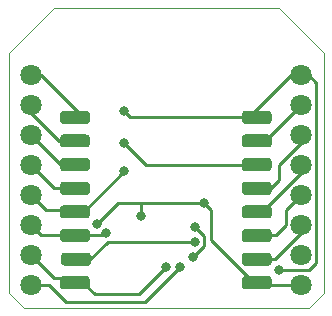
<source format=gbr>
G04 #@! TF.FileFunction,Copper,L2,Bot,Signal*
%FSLAX46Y46*%
G04 Gerber Fmt 4.6, Leading zero omitted, Abs format (unit mm)*
G04 Created by KiCad (PCBNEW (2016-07-11 BZR 6975, Git 98ad509)-product) date Sat Aug 13 17:34:52 2016*
%MOMM*%
%LPD*%
G01*
G04 APERTURE LIST*
%ADD10C,0.100000*%
%ADD11C,1.800000*%
%ADD12C,0.800000*%
%ADD13C,0.250000*%
G04 APERTURE END LIST*
D10*
X201930000Y-75565000D02*
X205740000Y-79375000D01*
X194310000Y-75565000D02*
X201930000Y-75565000D01*
X194310000Y-75565000D02*
X182880000Y-75565000D01*
X205740000Y-99695000D02*
X205740000Y-79375000D01*
X205740000Y-99695000D02*
X204470000Y-100965000D01*
X179070000Y-79375000D02*
X179070000Y-99695000D01*
X180340000Y-100965000D02*
X204470000Y-100965000D01*
X179070000Y-99695000D02*
X180340000Y-100965000D01*
X182880000Y-75565000D02*
X179070000Y-79375000D01*
D11*
X180975000Y-81280000D03*
X180975000Y-83820000D03*
X180975000Y-86360000D03*
X180975000Y-88900000D03*
X180975000Y-91440000D03*
X180975000Y-93980000D03*
X180975000Y-96520000D03*
X180975000Y-99060000D03*
X203835000Y-99060000D03*
X203835000Y-96520000D03*
X203835000Y-93980000D03*
X203835000Y-91440000D03*
X203835000Y-88900000D03*
X203835000Y-86360000D03*
X203835000Y-83820000D03*
X203835000Y-81280000D03*
D10*
G36*
X201091955Y-84287324D02*
X201118650Y-84291284D01*
X201144828Y-84297841D01*
X201170238Y-84306933D01*
X201194634Y-84318472D01*
X201217782Y-84332346D01*
X201239458Y-84348422D01*
X201259454Y-84366546D01*
X201277578Y-84386542D01*
X201293654Y-84408218D01*
X201307528Y-84431366D01*
X201319067Y-84455762D01*
X201328159Y-84481172D01*
X201334716Y-84507350D01*
X201338676Y-84534045D01*
X201340000Y-84561000D01*
X201340000Y-85111000D01*
X201338676Y-85137955D01*
X201334716Y-85164650D01*
X201328159Y-85190828D01*
X201319067Y-85216238D01*
X201307528Y-85240634D01*
X201293654Y-85263782D01*
X201277578Y-85285458D01*
X201259454Y-85305454D01*
X201239458Y-85323578D01*
X201217782Y-85339654D01*
X201194634Y-85353528D01*
X201170238Y-85365067D01*
X201144828Y-85374159D01*
X201118650Y-85380716D01*
X201091955Y-85384676D01*
X201065000Y-85386000D01*
X199115000Y-85386000D01*
X199088045Y-85384676D01*
X199061350Y-85380716D01*
X199035172Y-85374159D01*
X199009762Y-85365067D01*
X198985366Y-85353528D01*
X198962218Y-85339654D01*
X198940542Y-85323578D01*
X198920546Y-85305454D01*
X198902422Y-85285458D01*
X198886346Y-85263782D01*
X198872472Y-85240634D01*
X198860933Y-85216238D01*
X198851841Y-85190828D01*
X198845284Y-85164650D01*
X198841324Y-85137955D01*
X198840000Y-85111000D01*
X198840000Y-84561000D01*
X198841324Y-84534045D01*
X198845284Y-84507350D01*
X198851841Y-84481172D01*
X198860933Y-84455762D01*
X198872472Y-84431366D01*
X198886346Y-84408218D01*
X198902422Y-84386542D01*
X198920546Y-84366546D01*
X198940542Y-84348422D01*
X198962218Y-84332346D01*
X198985366Y-84318472D01*
X199009762Y-84306933D01*
X199035172Y-84297841D01*
X199061350Y-84291284D01*
X199088045Y-84287324D01*
X199115000Y-84286000D01*
X201065000Y-84286000D01*
X201091955Y-84287324D01*
X201091955Y-84287324D01*
G37*
G36*
X201091955Y-86287324D02*
X201118650Y-86291284D01*
X201144828Y-86297841D01*
X201170238Y-86306933D01*
X201194634Y-86318472D01*
X201217782Y-86332346D01*
X201239458Y-86348422D01*
X201259454Y-86366546D01*
X201277578Y-86386542D01*
X201293654Y-86408218D01*
X201307528Y-86431366D01*
X201319067Y-86455762D01*
X201328159Y-86481172D01*
X201334716Y-86507350D01*
X201338676Y-86534045D01*
X201340000Y-86561000D01*
X201340000Y-87111000D01*
X201338676Y-87137955D01*
X201334716Y-87164650D01*
X201328159Y-87190828D01*
X201319067Y-87216238D01*
X201307528Y-87240634D01*
X201293654Y-87263782D01*
X201277578Y-87285458D01*
X201259454Y-87305454D01*
X201239458Y-87323578D01*
X201217782Y-87339654D01*
X201194634Y-87353528D01*
X201170238Y-87365067D01*
X201144828Y-87374159D01*
X201118650Y-87380716D01*
X201091955Y-87384676D01*
X201065000Y-87386000D01*
X199115000Y-87386000D01*
X199088045Y-87384676D01*
X199061350Y-87380716D01*
X199035172Y-87374159D01*
X199009762Y-87365067D01*
X198985366Y-87353528D01*
X198962218Y-87339654D01*
X198940542Y-87323578D01*
X198920546Y-87305454D01*
X198902422Y-87285458D01*
X198886346Y-87263782D01*
X198872472Y-87240634D01*
X198860933Y-87216238D01*
X198851841Y-87190828D01*
X198845284Y-87164650D01*
X198841324Y-87137955D01*
X198840000Y-87111000D01*
X198840000Y-86561000D01*
X198841324Y-86534045D01*
X198845284Y-86507350D01*
X198851841Y-86481172D01*
X198860933Y-86455762D01*
X198872472Y-86431366D01*
X198886346Y-86408218D01*
X198902422Y-86386542D01*
X198920546Y-86366546D01*
X198940542Y-86348422D01*
X198962218Y-86332346D01*
X198985366Y-86318472D01*
X199009762Y-86306933D01*
X199035172Y-86297841D01*
X199061350Y-86291284D01*
X199088045Y-86287324D01*
X199115000Y-86286000D01*
X201065000Y-86286000D01*
X201091955Y-86287324D01*
X201091955Y-86287324D01*
G37*
G36*
X201091955Y-88287324D02*
X201118650Y-88291284D01*
X201144828Y-88297841D01*
X201170238Y-88306933D01*
X201194634Y-88318472D01*
X201217782Y-88332346D01*
X201239458Y-88348422D01*
X201259454Y-88366546D01*
X201277578Y-88386542D01*
X201293654Y-88408218D01*
X201307528Y-88431366D01*
X201319067Y-88455762D01*
X201328159Y-88481172D01*
X201334716Y-88507350D01*
X201338676Y-88534045D01*
X201340000Y-88561000D01*
X201340000Y-89111000D01*
X201338676Y-89137955D01*
X201334716Y-89164650D01*
X201328159Y-89190828D01*
X201319067Y-89216238D01*
X201307528Y-89240634D01*
X201293654Y-89263782D01*
X201277578Y-89285458D01*
X201259454Y-89305454D01*
X201239458Y-89323578D01*
X201217782Y-89339654D01*
X201194634Y-89353528D01*
X201170238Y-89365067D01*
X201144828Y-89374159D01*
X201118650Y-89380716D01*
X201091955Y-89384676D01*
X201065000Y-89386000D01*
X199115000Y-89386000D01*
X199088045Y-89384676D01*
X199061350Y-89380716D01*
X199035172Y-89374159D01*
X199009762Y-89365067D01*
X198985366Y-89353528D01*
X198962218Y-89339654D01*
X198940542Y-89323578D01*
X198920546Y-89305454D01*
X198902422Y-89285458D01*
X198886346Y-89263782D01*
X198872472Y-89240634D01*
X198860933Y-89216238D01*
X198851841Y-89190828D01*
X198845284Y-89164650D01*
X198841324Y-89137955D01*
X198840000Y-89111000D01*
X198840000Y-88561000D01*
X198841324Y-88534045D01*
X198845284Y-88507350D01*
X198851841Y-88481172D01*
X198860933Y-88455762D01*
X198872472Y-88431366D01*
X198886346Y-88408218D01*
X198902422Y-88386542D01*
X198920546Y-88366546D01*
X198940542Y-88348422D01*
X198962218Y-88332346D01*
X198985366Y-88318472D01*
X199009762Y-88306933D01*
X199035172Y-88297841D01*
X199061350Y-88291284D01*
X199088045Y-88287324D01*
X199115000Y-88286000D01*
X201065000Y-88286000D01*
X201091955Y-88287324D01*
X201091955Y-88287324D01*
G37*
G36*
X201091955Y-90287324D02*
X201118650Y-90291284D01*
X201144828Y-90297841D01*
X201170238Y-90306933D01*
X201194634Y-90318472D01*
X201217782Y-90332346D01*
X201239458Y-90348422D01*
X201259454Y-90366546D01*
X201277578Y-90386542D01*
X201293654Y-90408218D01*
X201307528Y-90431366D01*
X201319067Y-90455762D01*
X201328159Y-90481172D01*
X201334716Y-90507350D01*
X201338676Y-90534045D01*
X201340000Y-90561000D01*
X201340000Y-91111000D01*
X201338676Y-91137955D01*
X201334716Y-91164650D01*
X201328159Y-91190828D01*
X201319067Y-91216238D01*
X201307528Y-91240634D01*
X201293654Y-91263782D01*
X201277578Y-91285458D01*
X201259454Y-91305454D01*
X201239458Y-91323578D01*
X201217782Y-91339654D01*
X201194634Y-91353528D01*
X201170238Y-91365067D01*
X201144828Y-91374159D01*
X201118650Y-91380716D01*
X201091955Y-91384676D01*
X201065000Y-91386000D01*
X199115000Y-91386000D01*
X199088045Y-91384676D01*
X199061350Y-91380716D01*
X199035172Y-91374159D01*
X199009762Y-91365067D01*
X198985366Y-91353528D01*
X198962218Y-91339654D01*
X198940542Y-91323578D01*
X198920546Y-91305454D01*
X198902422Y-91285458D01*
X198886346Y-91263782D01*
X198872472Y-91240634D01*
X198860933Y-91216238D01*
X198851841Y-91190828D01*
X198845284Y-91164650D01*
X198841324Y-91137955D01*
X198840000Y-91111000D01*
X198840000Y-90561000D01*
X198841324Y-90534045D01*
X198845284Y-90507350D01*
X198851841Y-90481172D01*
X198860933Y-90455762D01*
X198872472Y-90431366D01*
X198886346Y-90408218D01*
X198902422Y-90386542D01*
X198920546Y-90366546D01*
X198940542Y-90348422D01*
X198962218Y-90332346D01*
X198985366Y-90318472D01*
X199009762Y-90306933D01*
X199035172Y-90297841D01*
X199061350Y-90291284D01*
X199088045Y-90287324D01*
X199115000Y-90286000D01*
X201065000Y-90286000D01*
X201091955Y-90287324D01*
X201091955Y-90287324D01*
G37*
G36*
X201091955Y-92287324D02*
X201118650Y-92291284D01*
X201144828Y-92297841D01*
X201170238Y-92306933D01*
X201194634Y-92318472D01*
X201217782Y-92332346D01*
X201239458Y-92348422D01*
X201259454Y-92366546D01*
X201277578Y-92386542D01*
X201293654Y-92408218D01*
X201307528Y-92431366D01*
X201319067Y-92455762D01*
X201328159Y-92481172D01*
X201334716Y-92507350D01*
X201338676Y-92534045D01*
X201340000Y-92561000D01*
X201340000Y-93111000D01*
X201338676Y-93137955D01*
X201334716Y-93164650D01*
X201328159Y-93190828D01*
X201319067Y-93216238D01*
X201307528Y-93240634D01*
X201293654Y-93263782D01*
X201277578Y-93285458D01*
X201259454Y-93305454D01*
X201239458Y-93323578D01*
X201217782Y-93339654D01*
X201194634Y-93353528D01*
X201170238Y-93365067D01*
X201144828Y-93374159D01*
X201118650Y-93380716D01*
X201091955Y-93384676D01*
X201065000Y-93386000D01*
X199115000Y-93386000D01*
X199088045Y-93384676D01*
X199061350Y-93380716D01*
X199035172Y-93374159D01*
X199009762Y-93365067D01*
X198985366Y-93353528D01*
X198962218Y-93339654D01*
X198940542Y-93323578D01*
X198920546Y-93305454D01*
X198902422Y-93285458D01*
X198886346Y-93263782D01*
X198872472Y-93240634D01*
X198860933Y-93216238D01*
X198851841Y-93190828D01*
X198845284Y-93164650D01*
X198841324Y-93137955D01*
X198840000Y-93111000D01*
X198840000Y-92561000D01*
X198841324Y-92534045D01*
X198845284Y-92507350D01*
X198851841Y-92481172D01*
X198860933Y-92455762D01*
X198872472Y-92431366D01*
X198886346Y-92408218D01*
X198902422Y-92386542D01*
X198920546Y-92366546D01*
X198940542Y-92348422D01*
X198962218Y-92332346D01*
X198985366Y-92318472D01*
X199009762Y-92306933D01*
X199035172Y-92297841D01*
X199061350Y-92291284D01*
X199088045Y-92287324D01*
X199115000Y-92286000D01*
X201065000Y-92286000D01*
X201091955Y-92287324D01*
X201091955Y-92287324D01*
G37*
G36*
X201091955Y-94287324D02*
X201118650Y-94291284D01*
X201144828Y-94297841D01*
X201170238Y-94306933D01*
X201194634Y-94318472D01*
X201217782Y-94332346D01*
X201239458Y-94348422D01*
X201259454Y-94366546D01*
X201277578Y-94386542D01*
X201293654Y-94408218D01*
X201307528Y-94431366D01*
X201319067Y-94455762D01*
X201328159Y-94481172D01*
X201334716Y-94507350D01*
X201338676Y-94534045D01*
X201340000Y-94561000D01*
X201340000Y-95111000D01*
X201338676Y-95137955D01*
X201334716Y-95164650D01*
X201328159Y-95190828D01*
X201319067Y-95216238D01*
X201307528Y-95240634D01*
X201293654Y-95263782D01*
X201277578Y-95285458D01*
X201259454Y-95305454D01*
X201239458Y-95323578D01*
X201217782Y-95339654D01*
X201194634Y-95353528D01*
X201170238Y-95365067D01*
X201144828Y-95374159D01*
X201118650Y-95380716D01*
X201091955Y-95384676D01*
X201065000Y-95386000D01*
X199115000Y-95386000D01*
X199088045Y-95384676D01*
X199061350Y-95380716D01*
X199035172Y-95374159D01*
X199009762Y-95365067D01*
X198985366Y-95353528D01*
X198962218Y-95339654D01*
X198940542Y-95323578D01*
X198920546Y-95305454D01*
X198902422Y-95285458D01*
X198886346Y-95263782D01*
X198872472Y-95240634D01*
X198860933Y-95216238D01*
X198851841Y-95190828D01*
X198845284Y-95164650D01*
X198841324Y-95137955D01*
X198840000Y-95111000D01*
X198840000Y-94561000D01*
X198841324Y-94534045D01*
X198845284Y-94507350D01*
X198851841Y-94481172D01*
X198860933Y-94455762D01*
X198872472Y-94431366D01*
X198886346Y-94408218D01*
X198902422Y-94386542D01*
X198920546Y-94366546D01*
X198940542Y-94348422D01*
X198962218Y-94332346D01*
X198985366Y-94318472D01*
X199009762Y-94306933D01*
X199035172Y-94297841D01*
X199061350Y-94291284D01*
X199088045Y-94287324D01*
X199115000Y-94286000D01*
X201065000Y-94286000D01*
X201091955Y-94287324D01*
X201091955Y-94287324D01*
G37*
G36*
X201091955Y-96287324D02*
X201118650Y-96291284D01*
X201144828Y-96297841D01*
X201170238Y-96306933D01*
X201194634Y-96318472D01*
X201217782Y-96332346D01*
X201239458Y-96348422D01*
X201259454Y-96366546D01*
X201277578Y-96386542D01*
X201293654Y-96408218D01*
X201307528Y-96431366D01*
X201319067Y-96455762D01*
X201328159Y-96481172D01*
X201334716Y-96507350D01*
X201338676Y-96534045D01*
X201340000Y-96561000D01*
X201340000Y-97111000D01*
X201338676Y-97137955D01*
X201334716Y-97164650D01*
X201328159Y-97190828D01*
X201319067Y-97216238D01*
X201307528Y-97240634D01*
X201293654Y-97263782D01*
X201277578Y-97285458D01*
X201259454Y-97305454D01*
X201239458Y-97323578D01*
X201217782Y-97339654D01*
X201194634Y-97353528D01*
X201170238Y-97365067D01*
X201144828Y-97374159D01*
X201118650Y-97380716D01*
X201091955Y-97384676D01*
X201065000Y-97386000D01*
X199115000Y-97386000D01*
X199088045Y-97384676D01*
X199061350Y-97380716D01*
X199035172Y-97374159D01*
X199009762Y-97365067D01*
X198985366Y-97353528D01*
X198962218Y-97339654D01*
X198940542Y-97323578D01*
X198920546Y-97305454D01*
X198902422Y-97285458D01*
X198886346Y-97263782D01*
X198872472Y-97240634D01*
X198860933Y-97216238D01*
X198851841Y-97190828D01*
X198845284Y-97164650D01*
X198841324Y-97137955D01*
X198840000Y-97111000D01*
X198840000Y-96561000D01*
X198841324Y-96534045D01*
X198845284Y-96507350D01*
X198851841Y-96481172D01*
X198860933Y-96455762D01*
X198872472Y-96431366D01*
X198886346Y-96408218D01*
X198902422Y-96386542D01*
X198920546Y-96366546D01*
X198940542Y-96348422D01*
X198962218Y-96332346D01*
X198985366Y-96318472D01*
X199009762Y-96306933D01*
X199035172Y-96297841D01*
X199061350Y-96291284D01*
X199088045Y-96287324D01*
X199115000Y-96286000D01*
X201065000Y-96286000D01*
X201091955Y-96287324D01*
X201091955Y-96287324D01*
G37*
G36*
X201091955Y-98287324D02*
X201118650Y-98291284D01*
X201144828Y-98297841D01*
X201170238Y-98306933D01*
X201194634Y-98318472D01*
X201217782Y-98332346D01*
X201239458Y-98348422D01*
X201259454Y-98366546D01*
X201277578Y-98386542D01*
X201293654Y-98408218D01*
X201307528Y-98431366D01*
X201319067Y-98455762D01*
X201328159Y-98481172D01*
X201334716Y-98507350D01*
X201338676Y-98534045D01*
X201340000Y-98561000D01*
X201340000Y-99111000D01*
X201338676Y-99137955D01*
X201334716Y-99164650D01*
X201328159Y-99190828D01*
X201319067Y-99216238D01*
X201307528Y-99240634D01*
X201293654Y-99263782D01*
X201277578Y-99285458D01*
X201259454Y-99305454D01*
X201239458Y-99323578D01*
X201217782Y-99339654D01*
X201194634Y-99353528D01*
X201170238Y-99365067D01*
X201144828Y-99374159D01*
X201118650Y-99380716D01*
X201091955Y-99384676D01*
X201065000Y-99386000D01*
X199115000Y-99386000D01*
X199088045Y-99384676D01*
X199061350Y-99380716D01*
X199035172Y-99374159D01*
X199009762Y-99365067D01*
X198985366Y-99353528D01*
X198962218Y-99339654D01*
X198940542Y-99323578D01*
X198920546Y-99305454D01*
X198902422Y-99285458D01*
X198886346Y-99263782D01*
X198872472Y-99240634D01*
X198860933Y-99216238D01*
X198851841Y-99190828D01*
X198845284Y-99164650D01*
X198841324Y-99137955D01*
X198840000Y-99111000D01*
X198840000Y-98561000D01*
X198841324Y-98534045D01*
X198845284Y-98507350D01*
X198851841Y-98481172D01*
X198860933Y-98455762D01*
X198872472Y-98431366D01*
X198886346Y-98408218D01*
X198902422Y-98386542D01*
X198920546Y-98366546D01*
X198940542Y-98348422D01*
X198962218Y-98332346D01*
X198985366Y-98318472D01*
X199009762Y-98306933D01*
X199035172Y-98297841D01*
X199061350Y-98291284D01*
X199088045Y-98287324D01*
X199115000Y-98286000D01*
X201065000Y-98286000D01*
X201091955Y-98287324D01*
X201091955Y-98287324D01*
G37*
G36*
X185691955Y-98287324D02*
X185718650Y-98291284D01*
X185744828Y-98297841D01*
X185770238Y-98306933D01*
X185794634Y-98318472D01*
X185817782Y-98332346D01*
X185839458Y-98348422D01*
X185859454Y-98366546D01*
X185877578Y-98386542D01*
X185893654Y-98408218D01*
X185907528Y-98431366D01*
X185919067Y-98455762D01*
X185928159Y-98481172D01*
X185934716Y-98507350D01*
X185938676Y-98534045D01*
X185940000Y-98561000D01*
X185940000Y-99111000D01*
X185938676Y-99137955D01*
X185934716Y-99164650D01*
X185928159Y-99190828D01*
X185919067Y-99216238D01*
X185907528Y-99240634D01*
X185893654Y-99263782D01*
X185877578Y-99285458D01*
X185859454Y-99305454D01*
X185839458Y-99323578D01*
X185817782Y-99339654D01*
X185794634Y-99353528D01*
X185770238Y-99365067D01*
X185744828Y-99374159D01*
X185718650Y-99380716D01*
X185691955Y-99384676D01*
X185665000Y-99386000D01*
X183715000Y-99386000D01*
X183688045Y-99384676D01*
X183661350Y-99380716D01*
X183635172Y-99374159D01*
X183609762Y-99365067D01*
X183585366Y-99353528D01*
X183562218Y-99339654D01*
X183540542Y-99323578D01*
X183520546Y-99305454D01*
X183502422Y-99285458D01*
X183486346Y-99263782D01*
X183472472Y-99240634D01*
X183460933Y-99216238D01*
X183451841Y-99190828D01*
X183445284Y-99164650D01*
X183441324Y-99137955D01*
X183440000Y-99111000D01*
X183440000Y-98561000D01*
X183441324Y-98534045D01*
X183445284Y-98507350D01*
X183451841Y-98481172D01*
X183460933Y-98455762D01*
X183472472Y-98431366D01*
X183486346Y-98408218D01*
X183502422Y-98386542D01*
X183520546Y-98366546D01*
X183540542Y-98348422D01*
X183562218Y-98332346D01*
X183585366Y-98318472D01*
X183609762Y-98306933D01*
X183635172Y-98297841D01*
X183661350Y-98291284D01*
X183688045Y-98287324D01*
X183715000Y-98286000D01*
X185665000Y-98286000D01*
X185691955Y-98287324D01*
X185691955Y-98287324D01*
G37*
G36*
X185791955Y-96287324D02*
X185818650Y-96291284D01*
X185844828Y-96297841D01*
X185870238Y-96306933D01*
X185894634Y-96318472D01*
X185917782Y-96332346D01*
X185939458Y-96348422D01*
X185959454Y-96366546D01*
X185977578Y-96386542D01*
X185993654Y-96408218D01*
X186007528Y-96431366D01*
X186019067Y-96455762D01*
X186028159Y-96481172D01*
X186034716Y-96507350D01*
X186038676Y-96534045D01*
X186040000Y-96561000D01*
X186040000Y-97111000D01*
X186038676Y-97137955D01*
X186034716Y-97164650D01*
X186028159Y-97190828D01*
X186019067Y-97216238D01*
X186007528Y-97240634D01*
X185993654Y-97263782D01*
X185977578Y-97285458D01*
X185959454Y-97305454D01*
X185939458Y-97323578D01*
X185917782Y-97339654D01*
X185894634Y-97353528D01*
X185870238Y-97365067D01*
X185844828Y-97374159D01*
X185818650Y-97380716D01*
X185791955Y-97384676D01*
X185765000Y-97386000D01*
X183815000Y-97386000D01*
X183788045Y-97384676D01*
X183761350Y-97380716D01*
X183735172Y-97374159D01*
X183709762Y-97365067D01*
X183685366Y-97353528D01*
X183662218Y-97339654D01*
X183640542Y-97323578D01*
X183620546Y-97305454D01*
X183602422Y-97285458D01*
X183586346Y-97263782D01*
X183572472Y-97240634D01*
X183560933Y-97216238D01*
X183551841Y-97190828D01*
X183545284Y-97164650D01*
X183541324Y-97137955D01*
X183540000Y-97111000D01*
X183540000Y-96561000D01*
X183541324Y-96534045D01*
X183545284Y-96507350D01*
X183551841Y-96481172D01*
X183560933Y-96455762D01*
X183572472Y-96431366D01*
X183586346Y-96408218D01*
X183602422Y-96386542D01*
X183620546Y-96366546D01*
X183640542Y-96348422D01*
X183662218Y-96332346D01*
X183685366Y-96318472D01*
X183709762Y-96306933D01*
X183735172Y-96297841D01*
X183761350Y-96291284D01*
X183788045Y-96287324D01*
X183815000Y-96286000D01*
X185765000Y-96286000D01*
X185791955Y-96287324D01*
X185791955Y-96287324D01*
G37*
G36*
X185691955Y-94287324D02*
X185718650Y-94291284D01*
X185744828Y-94297841D01*
X185770238Y-94306933D01*
X185794634Y-94318472D01*
X185817782Y-94332346D01*
X185839458Y-94348422D01*
X185859454Y-94366546D01*
X185877578Y-94386542D01*
X185893654Y-94408218D01*
X185907528Y-94431366D01*
X185919067Y-94455762D01*
X185928159Y-94481172D01*
X185934716Y-94507350D01*
X185938676Y-94534045D01*
X185940000Y-94561000D01*
X185940000Y-95111000D01*
X185938676Y-95137955D01*
X185934716Y-95164650D01*
X185928159Y-95190828D01*
X185919067Y-95216238D01*
X185907528Y-95240634D01*
X185893654Y-95263782D01*
X185877578Y-95285458D01*
X185859454Y-95305454D01*
X185839458Y-95323578D01*
X185817782Y-95339654D01*
X185794634Y-95353528D01*
X185770238Y-95365067D01*
X185744828Y-95374159D01*
X185718650Y-95380716D01*
X185691955Y-95384676D01*
X185665000Y-95386000D01*
X183715000Y-95386000D01*
X183688045Y-95384676D01*
X183661350Y-95380716D01*
X183635172Y-95374159D01*
X183609762Y-95365067D01*
X183585366Y-95353528D01*
X183562218Y-95339654D01*
X183540542Y-95323578D01*
X183520546Y-95305454D01*
X183502422Y-95285458D01*
X183486346Y-95263782D01*
X183472472Y-95240634D01*
X183460933Y-95216238D01*
X183451841Y-95190828D01*
X183445284Y-95164650D01*
X183441324Y-95137955D01*
X183440000Y-95111000D01*
X183440000Y-94561000D01*
X183441324Y-94534045D01*
X183445284Y-94507350D01*
X183451841Y-94481172D01*
X183460933Y-94455762D01*
X183472472Y-94431366D01*
X183486346Y-94408218D01*
X183502422Y-94386542D01*
X183520546Y-94366546D01*
X183540542Y-94348422D01*
X183562218Y-94332346D01*
X183585366Y-94318472D01*
X183609762Y-94306933D01*
X183635172Y-94297841D01*
X183661350Y-94291284D01*
X183688045Y-94287324D01*
X183715000Y-94286000D01*
X185665000Y-94286000D01*
X185691955Y-94287324D01*
X185691955Y-94287324D01*
G37*
G36*
X185691955Y-92287324D02*
X185718650Y-92291284D01*
X185744828Y-92297841D01*
X185770238Y-92306933D01*
X185794634Y-92318472D01*
X185817782Y-92332346D01*
X185839458Y-92348422D01*
X185859454Y-92366546D01*
X185877578Y-92386542D01*
X185893654Y-92408218D01*
X185907528Y-92431366D01*
X185919067Y-92455762D01*
X185928159Y-92481172D01*
X185934716Y-92507350D01*
X185938676Y-92534045D01*
X185940000Y-92561000D01*
X185940000Y-93111000D01*
X185938676Y-93137955D01*
X185934716Y-93164650D01*
X185928159Y-93190828D01*
X185919067Y-93216238D01*
X185907528Y-93240634D01*
X185893654Y-93263782D01*
X185877578Y-93285458D01*
X185859454Y-93305454D01*
X185839458Y-93323578D01*
X185817782Y-93339654D01*
X185794634Y-93353528D01*
X185770238Y-93365067D01*
X185744828Y-93374159D01*
X185718650Y-93380716D01*
X185691955Y-93384676D01*
X185665000Y-93386000D01*
X183715000Y-93386000D01*
X183688045Y-93384676D01*
X183661350Y-93380716D01*
X183635172Y-93374159D01*
X183609762Y-93365067D01*
X183585366Y-93353528D01*
X183562218Y-93339654D01*
X183540542Y-93323578D01*
X183520546Y-93305454D01*
X183502422Y-93285458D01*
X183486346Y-93263782D01*
X183472472Y-93240634D01*
X183460933Y-93216238D01*
X183451841Y-93190828D01*
X183445284Y-93164650D01*
X183441324Y-93137955D01*
X183440000Y-93111000D01*
X183440000Y-92561000D01*
X183441324Y-92534045D01*
X183445284Y-92507350D01*
X183451841Y-92481172D01*
X183460933Y-92455762D01*
X183472472Y-92431366D01*
X183486346Y-92408218D01*
X183502422Y-92386542D01*
X183520546Y-92366546D01*
X183540542Y-92348422D01*
X183562218Y-92332346D01*
X183585366Y-92318472D01*
X183609762Y-92306933D01*
X183635172Y-92297841D01*
X183661350Y-92291284D01*
X183688045Y-92287324D01*
X183715000Y-92286000D01*
X185665000Y-92286000D01*
X185691955Y-92287324D01*
X185691955Y-92287324D01*
G37*
G36*
X185691955Y-90287324D02*
X185718650Y-90291284D01*
X185744828Y-90297841D01*
X185770238Y-90306933D01*
X185794634Y-90318472D01*
X185817782Y-90332346D01*
X185839458Y-90348422D01*
X185859454Y-90366546D01*
X185877578Y-90386542D01*
X185893654Y-90408218D01*
X185907528Y-90431366D01*
X185919067Y-90455762D01*
X185928159Y-90481172D01*
X185934716Y-90507350D01*
X185938676Y-90534045D01*
X185940000Y-90561000D01*
X185940000Y-91111000D01*
X185938676Y-91137955D01*
X185934716Y-91164650D01*
X185928159Y-91190828D01*
X185919067Y-91216238D01*
X185907528Y-91240634D01*
X185893654Y-91263782D01*
X185877578Y-91285458D01*
X185859454Y-91305454D01*
X185839458Y-91323578D01*
X185817782Y-91339654D01*
X185794634Y-91353528D01*
X185770238Y-91365067D01*
X185744828Y-91374159D01*
X185718650Y-91380716D01*
X185691955Y-91384676D01*
X185665000Y-91386000D01*
X183715000Y-91386000D01*
X183688045Y-91384676D01*
X183661350Y-91380716D01*
X183635172Y-91374159D01*
X183609762Y-91365067D01*
X183585366Y-91353528D01*
X183562218Y-91339654D01*
X183540542Y-91323578D01*
X183520546Y-91305454D01*
X183502422Y-91285458D01*
X183486346Y-91263782D01*
X183472472Y-91240634D01*
X183460933Y-91216238D01*
X183451841Y-91190828D01*
X183445284Y-91164650D01*
X183441324Y-91137955D01*
X183440000Y-91111000D01*
X183440000Y-90561000D01*
X183441324Y-90534045D01*
X183445284Y-90507350D01*
X183451841Y-90481172D01*
X183460933Y-90455762D01*
X183472472Y-90431366D01*
X183486346Y-90408218D01*
X183502422Y-90386542D01*
X183520546Y-90366546D01*
X183540542Y-90348422D01*
X183562218Y-90332346D01*
X183585366Y-90318472D01*
X183609762Y-90306933D01*
X183635172Y-90297841D01*
X183661350Y-90291284D01*
X183688045Y-90287324D01*
X183715000Y-90286000D01*
X185665000Y-90286000D01*
X185691955Y-90287324D01*
X185691955Y-90287324D01*
G37*
G36*
X185691955Y-88287324D02*
X185718650Y-88291284D01*
X185744828Y-88297841D01*
X185770238Y-88306933D01*
X185794634Y-88318472D01*
X185817782Y-88332346D01*
X185839458Y-88348422D01*
X185859454Y-88366546D01*
X185877578Y-88386542D01*
X185893654Y-88408218D01*
X185907528Y-88431366D01*
X185919067Y-88455762D01*
X185928159Y-88481172D01*
X185934716Y-88507350D01*
X185938676Y-88534045D01*
X185940000Y-88561000D01*
X185940000Y-89111000D01*
X185938676Y-89137955D01*
X185934716Y-89164650D01*
X185928159Y-89190828D01*
X185919067Y-89216238D01*
X185907528Y-89240634D01*
X185893654Y-89263782D01*
X185877578Y-89285458D01*
X185859454Y-89305454D01*
X185839458Y-89323578D01*
X185817782Y-89339654D01*
X185794634Y-89353528D01*
X185770238Y-89365067D01*
X185744828Y-89374159D01*
X185718650Y-89380716D01*
X185691955Y-89384676D01*
X185665000Y-89386000D01*
X183715000Y-89386000D01*
X183688045Y-89384676D01*
X183661350Y-89380716D01*
X183635172Y-89374159D01*
X183609762Y-89365067D01*
X183585366Y-89353528D01*
X183562218Y-89339654D01*
X183540542Y-89323578D01*
X183520546Y-89305454D01*
X183502422Y-89285458D01*
X183486346Y-89263782D01*
X183472472Y-89240634D01*
X183460933Y-89216238D01*
X183451841Y-89190828D01*
X183445284Y-89164650D01*
X183441324Y-89137955D01*
X183440000Y-89111000D01*
X183440000Y-88561000D01*
X183441324Y-88534045D01*
X183445284Y-88507350D01*
X183451841Y-88481172D01*
X183460933Y-88455762D01*
X183472472Y-88431366D01*
X183486346Y-88408218D01*
X183502422Y-88386542D01*
X183520546Y-88366546D01*
X183540542Y-88348422D01*
X183562218Y-88332346D01*
X183585366Y-88318472D01*
X183609762Y-88306933D01*
X183635172Y-88297841D01*
X183661350Y-88291284D01*
X183688045Y-88287324D01*
X183715000Y-88286000D01*
X185665000Y-88286000D01*
X185691955Y-88287324D01*
X185691955Y-88287324D01*
G37*
G36*
X185691955Y-86287324D02*
X185718650Y-86291284D01*
X185744828Y-86297841D01*
X185770238Y-86306933D01*
X185794634Y-86318472D01*
X185817782Y-86332346D01*
X185839458Y-86348422D01*
X185859454Y-86366546D01*
X185877578Y-86386542D01*
X185893654Y-86408218D01*
X185907528Y-86431366D01*
X185919067Y-86455762D01*
X185928159Y-86481172D01*
X185934716Y-86507350D01*
X185938676Y-86534045D01*
X185940000Y-86561000D01*
X185940000Y-87111000D01*
X185938676Y-87137955D01*
X185934716Y-87164650D01*
X185928159Y-87190828D01*
X185919067Y-87216238D01*
X185907528Y-87240634D01*
X185893654Y-87263782D01*
X185877578Y-87285458D01*
X185859454Y-87305454D01*
X185839458Y-87323578D01*
X185817782Y-87339654D01*
X185794634Y-87353528D01*
X185770238Y-87365067D01*
X185744828Y-87374159D01*
X185718650Y-87380716D01*
X185691955Y-87384676D01*
X185665000Y-87386000D01*
X183715000Y-87386000D01*
X183688045Y-87384676D01*
X183661350Y-87380716D01*
X183635172Y-87374159D01*
X183609762Y-87365067D01*
X183585366Y-87353528D01*
X183562218Y-87339654D01*
X183540542Y-87323578D01*
X183520546Y-87305454D01*
X183502422Y-87285458D01*
X183486346Y-87263782D01*
X183472472Y-87240634D01*
X183460933Y-87216238D01*
X183451841Y-87190828D01*
X183445284Y-87164650D01*
X183441324Y-87137955D01*
X183440000Y-87111000D01*
X183440000Y-86561000D01*
X183441324Y-86534045D01*
X183445284Y-86507350D01*
X183451841Y-86481172D01*
X183460933Y-86455762D01*
X183472472Y-86431366D01*
X183486346Y-86408218D01*
X183502422Y-86386542D01*
X183520546Y-86366546D01*
X183540542Y-86348422D01*
X183562218Y-86332346D01*
X183585366Y-86318472D01*
X183609762Y-86306933D01*
X183635172Y-86297841D01*
X183661350Y-86291284D01*
X183688045Y-86287324D01*
X183715000Y-86286000D01*
X185665000Y-86286000D01*
X185691955Y-86287324D01*
X185691955Y-86287324D01*
G37*
G36*
X185691955Y-84287324D02*
X185718650Y-84291284D01*
X185744828Y-84297841D01*
X185770238Y-84306933D01*
X185794634Y-84318472D01*
X185817782Y-84332346D01*
X185839458Y-84348422D01*
X185859454Y-84366546D01*
X185877578Y-84386542D01*
X185893654Y-84408218D01*
X185907528Y-84431366D01*
X185919067Y-84455762D01*
X185928159Y-84481172D01*
X185934716Y-84507350D01*
X185938676Y-84534045D01*
X185940000Y-84561000D01*
X185940000Y-85111000D01*
X185938676Y-85137955D01*
X185934716Y-85164650D01*
X185928159Y-85190828D01*
X185919067Y-85216238D01*
X185907528Y-85240634D01*
X185893654Y-85263782D01*
X185877578Y-85285458D01*
X185859454Y-85305454D01*
X185839458Y-85323578D01*
X185817782Y-85339654D01*
X185794634Y-85353528D01*
X185770238Y-85365067D01*
X185744828Y-85374159D01*
X185718650Y-85380716D01*
X185691955Y-85384676D01*
X185665000Y-85386000D01*
X183715000Y-85386000D01*
X183688045Y-85384676D01*
X183661350Y-85380716D01*
X183635172Y-85374159D01*
X183609762Y-85365067D01*
X183585366Y-85353528D01*
X183562218Y-85339654D01*
X183540542Y-85323578D01*
X183520546Y-85305454D01*
X183502422Y-85285458D01*
X183486346Y-85263782D01*
X183472472Y-85240634D01*
X183460933Y-85216238D01*
X183451841Y-85190828D01*
X183445284Y-85164650D01*
X183441324Y-85137955D01*
X183440000Y-85111000D01*
X183440000Y-84561000D01*
X183441324Y-84534045D01*
X183445284Y-84507350D01*
X183451841Y-84481172D01*
X183460933Y-84455762D01*
X183472472Y-84431366D01*
X183486346Y-84408218D01*
X183502422Y-84386542D01*
X183520546Y-84366546D01*
X183540542Y-84348422D01*
X183562218Y-84332346D01*
X183585366Y-84318472D01*
X183609762Y-84306933D01*
X183635172Y-84297841D01*
X183661350Y-84291284D01*
X183688045Y-84287324D01*
X183715000Y-84286000D01*
X185665000Y-84286000D01*
X185691955Y-84287324D01*
X185691955Y-84287324D01*
G37*
D12*
X188849000Y-84328000D03*
X201930000Y-97790000D03*
X194818000Y-94107000D03*
X194691000Y-96647000D03*
X192405000Y-97536000D03*
X188849000Y-86995000D03*
X188849000Y-89408000D03*
X194818000Y-95377000D03*
X187325000Y-94615000D03*
X190246000Y-93218000D03*
X186563000Y-93853000D03*
X195580000Y-92075000D03*
X193548000Y-97536000D03*
D13*
X189357000Y-84836000D02*
X199390000Y-84836000D01*
X188849000Y-84328000D02*
X189357000Y-84836000D01*
X203835000Y-81280000D02*
X204470000Y-81280000D01*
X204470000Y-81280000D02*
X205105000Y-81915000D01*
X204470000Y-97790000D02*
X201930000Y-97790000D01*
X205105000Y-97155000D02*
X204470000Y-97790000D01*
X205105000Y-81915000D02*
X205105000Y-97155000D01*
X203835000Y-81280000D02*
X202946000Y-81280000D01*
X202946000Y-81280000D02*
X199390000Y-84836000D01*
X195580000Y-94869000D02*
X194818000Y-94107000D01*
X195580000Y-95758000D02*
X195580000Y-94869000D01*
X194691000Y-96647000D02*
X195580000Y-95758000D01*
X186376000Y-99822000D02*
X185390000Y-98836000D01*
X190119000Y-99822000D02*
X186376000Y-99822000D01*
X192405000Y-97536000D02*
X190119000Y-99822000D01*
X185390000Y-98836000D02*
X185390000Y-98455000D01*
X180975000Y-96520000D02*
X182880000Y-98425000D01*
X182880000Y-98425000D02*
X184979000Y-98425000D01*
X184979000Y-98425000D02*
X185390000Y-98836000D01*
X190690000Y-88836000D02*
X199390000Y-88836000D01*
X188849000Y-86995000D02*
X190690000Y-88836000D01*
X180975000Y-83820000D02*
X180975000Y-84455000D01*
X180975000Y-84455000D02*
X183356000Y-86836000D01*
X183356000Y-86836000D02*
X185390000Y-86836000D01*
X180975000Y-81280000D02*
X181834000Y-81280000D01*
X181834000Y-81280000D02*
X185390000Y-84836000D01*
X188849000Y-89408000D02*
X185421000Y-92836000D01*
X185421000Y-92836000D02*
X185390000Y-92836000D01*
X185675000Y-92836000D02*
X185390000Y-92836000D01*
X180975000Y-91440000D02*
X182245000Y-92710000D01*
X182245000Y-92710000D02*
X185264000Y-92710000D01*
X185390000Y-96836000D02*
X185993000Y-96836000D01*
X185993000Y-96836000D02*
X187452000Y-95377000D01*
X187452000Y-95377000D02*
X194818000Y-95377000D01*
X185706000Y-96520000D02*
X185390000Y-96836000D01*
X203835000Y-91440000D02*
X202565000Y-92710000D01*
X201709000Y-94836000D02*
X199390000Y-94836000D01*
X202565000Y-93980000D02*
X201709000Y-94836000D01*
X202565000Y-92710000D02*
X202565000Y-93980000D01*
X203835000Y-93980000D02*
X203835000Y-94615000D01*
X203835000Y-94615000D02*
X201614000Y-96836000D01*
X201614000Y-96836000D02*
X199390000Y-96836000D01*
X180975000Y-86360000D02*
X183515000Y-88900000D01*
X183515000Y-88900000D02*
X185390000Y-88836000D01*
X180975000Y-88900000D02*
X182880000Y-90805000D01*
X182880000Y-90805000D02*
X185359000Y-90805000D01*
X185359000Y-90805000D02*
X185390000Y-90836000D01*
X187104000Y-94836000D02*
X185390000Y-94836000D01*
X187325000Y-94615000D02*
X187104000Y-94836000D01*
X180975000Y-93980000D02*
X180975000Y-93980000D01*
X181831000Y-94836000D02*
X185390000Y-94836000D01*
X180975000Y-93980000D02*
X181831000Y-94836000D01*
X203835000Y-88900000D02*
X203835000Y-89535000D01*
X203835000Y-89535000D02*
X200534000Y-92836000D01*
X200534000Y-92836000D02*
X199390000Y-92836000D01*
X203835000Y-86360000D02*
X203835000Y-86995000D01*
X203835000Y-86995000D02*
X201930000Y-88900000D01*
X201930000Y-88900000D02*
X201930000Y-90170000D01*
X201930000Y-90170000D02*
X201264000Y-90836000D01*
X201264000Y-90836000D02*
X199390000Y-90836000D01*
X199390000Y-86836000D02*
X200819000Y-86836000D01*
X200819000Y-86836000D02*
X203835000Y-83820000D01*
X190246000Y-92075000D02*
X190246000Y-93218000D01*
X195580000Y-92075000D02*
X190246000Y-92075000D01*
X190246000Y-92075000D02*
X188341000Y-92075000D01*
X188341000Y-92075000D02*
X186563000Y-93853000D01*
X199390000Y-98836000D02*
X199390000Y-98425000D01*
X199390000Y-98425000D02*
X196215000Y-95250000D01*
X196215000Y-92710000D02*
X195580000Y-92075000D01*
X196215000Y-95250000D02*
X196215000Y-92710000D01*
X203835000Y-99060000D02*
X199614000Y-99060000D01*
X199614000Y-99060000D02*
X199390000Y-98836000D01*
X180975000Y-99060000D02*
X182499000Y-99060000D01*
X190627000Y-100457000D02*
X193548000Y-97536000D01*
X183896000Y-100457000D02*
X190627000Y-100457000D01*
X182499000Y-99060000D02*
X183896000Y-100457000D01*
M02*

</source>
